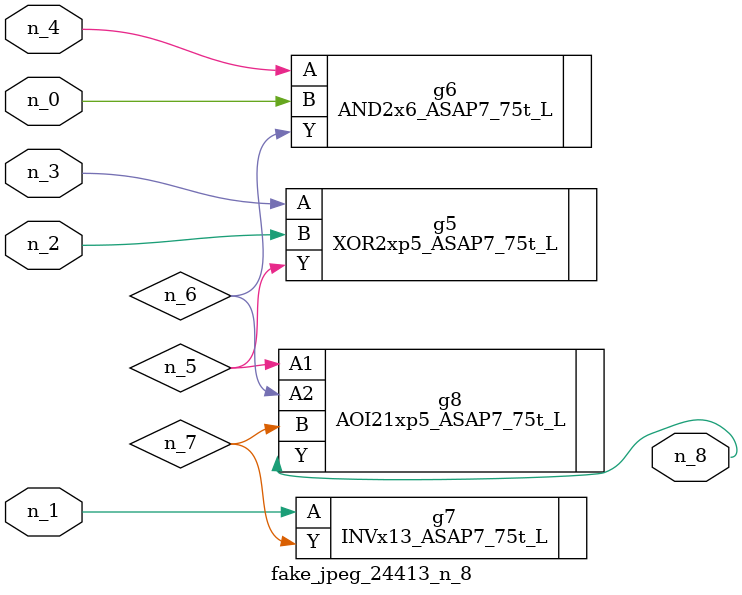
<source format=v>
module fake_jpeg_24413_n_8 (n_3, n_2, n_1, n_0, n_4, n_8);

input n_3;
input n_2;
input n_1;
input n_0;
input n_4;

output n_8;

wire n_6;
wire n_5;
wire n_7;

XOR2xp5_ASAP7_75t_L g5 ( 
.A(n_3),
.B(n_2),
.Y(n_5)
);

AND2x6_ASAP7_75t_L g6 ( 
.A(n_4),
.B(n_0),
.Y(n_6)
);

INVx13_ASAP7_75t_L g7 ( 
.A(n_1),
.Y(n_7)
);

AOI21xp5_ASAP7_75t_L g8 ( 
.A1(n_5),
.A2(n_6),
.B(n_7),
.Y(n_8)
);


endmodule
</source>
